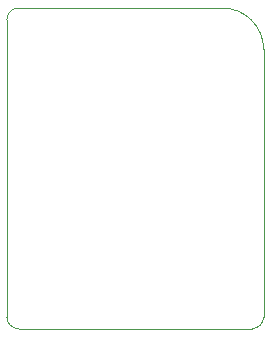
<source format=gm1>
G04 #@! TF.GenerationSoftware,KiCad,Pcbnew,8.0.1*
G04 #@! TF.CreationDate,2024-07-14T02:03:23+08:00*
G04 #@! TF.ProjectId,555Sandbox,35353553-616e-4646-926f-782e6b696361,1.0.0*
G04 #@! TF.SameCoordinates,Original*
G04 #@! TF.FileFunction,Profile,NP*
%FSLAX46Y46*%
G04 Gerber Fmt 4.6, Leading zero omitted, Abs format (unit mm)*
G04 Created by KiCad (PCBNEW 8.0.1) date 2024-07-14 02:03:23*
%MOMM*%
%LPD*%
G01*
G04 APERTURE LIST*
G04 #@! TA.AperFunction,Profile*
%ADD10C,0.050000*%
G04 #@! TD*
G04 APERTURE END LIST*
D10*
X93200000Y-66900000D02*
G75*
G02*
X96700000Y-70400000I0J-3500000D01*
G01*
X96707082Y-93050000D02*
X96700000Y-70400000D01*
X75957082Y-94050000D02*
G75*
G02*
X74950007Y-93050051I0J1007100D01*
G01*
X74950000Y-93050051D02*
X74950000Y-67900000D01*
X96707082Y-93050000D02*
G75*
G02*
X95707082Y-94050000I-1000000J0D01*
G01*
X95707082Y-94050000D02*
X75957082Y-94050000D01*
X74950000Y-67900000D02*
G75*
G02*
X75950000Y-66900000I1000000J0D01*
G01*
X75950000Y-66900000D02*
X93200000Y-66900000D01*
M02*

</source>
